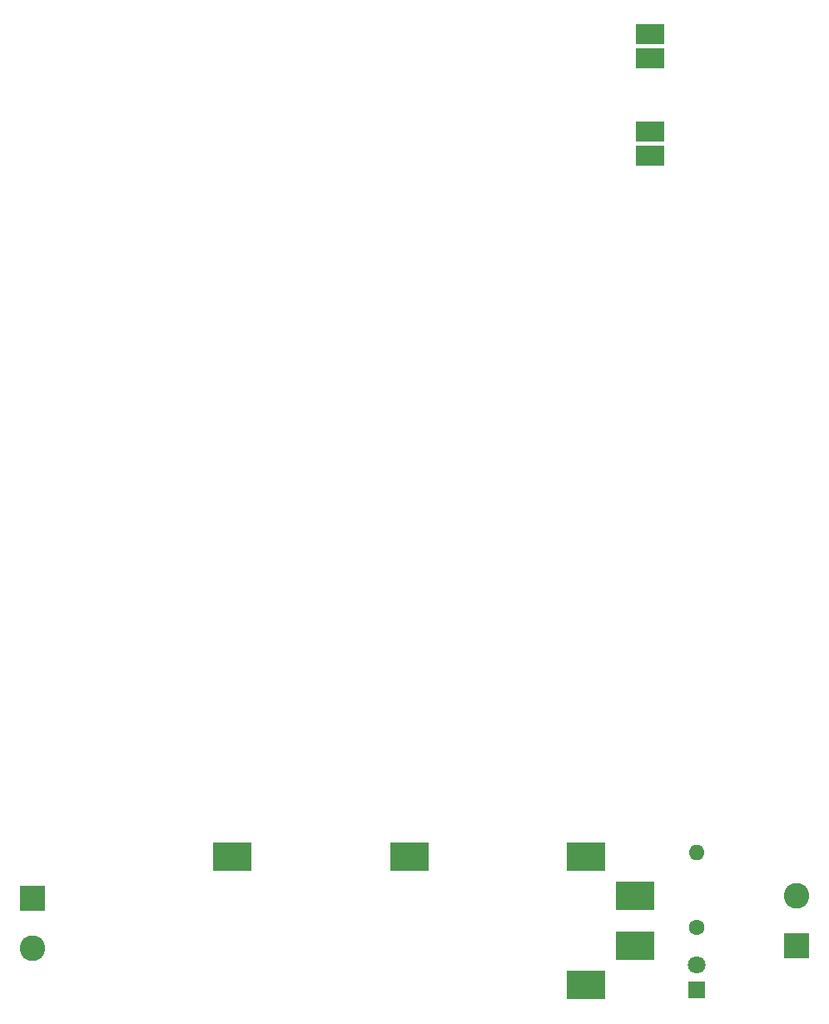
<source format=gbr>
%TF.GenerationSoftware,KiCad,Pcbnew,8.0.5*%
%TF.CreationDate,2024-11-10T22:21:36+02:00*%
%TF.ProjectId,PowerBoard,506f7765-7242-46f6-9172-642e6b696361,rev?*%
%TF.SameCoordinates,Original*%
%TF.FileFunction,Copper,L1,Top*%
%TF.FilePolarity,Positive*%
%FSLAX46Y46*%
G04 Gerber Fmt 4.6, Leading zero omitted, Abs format (unit mm)*
G04 Created by KiCad (PCBNEW 8.0.5) date 2024-11-10 22:21:36*
%MOMM*%
%LPD*%
G01*
G04 APERTURE LIST*
%TA.AperFunction,ComponentPad*%
%ADD10R,2.600000X2.600000*%
%TD*%
%TA.AperFunction,ComponentPad*%
%ADD11C,2.600000*%
%TD*%
%TA.AperFunction,ComponentPad*%
%ADD12R,4.000000X3.000000*%
%TD*%
%TA.AperFunction,ComponentPad*%
%ADD13R,1.800000X1.800000*%
%TD*%
%TA.AperFunction,ComponentPad*%
%ADD14C,1.800000*%
%TD*%
%TA.AperFunction,ComponentPad*%
%ADD15C,1.600000*%
%TD*%
%TA.AperFunction,ComponentPad*%
%ADD16O,1.600000X1.600000*%
%TD*%
%TA.AperFunction,ComponentPad*%
%ADD17R,3.000000X2.000000*%
%TD*%
G04 APERTURE END LIST*
D10*
%TO.P,OUUTPUT 12V,1,Pin_1*%
%TO.N,+12V*%
X88195000Y-131705000D03*
D11*
%TO.P,OUUTPUT 12V,2,Pin_2*%
%TO.N,GND*%
X88195000Y-136785000D03*
%TD*%
D10*
%TO.P,INPUT 12V,1,Pin_1*%
%TO.N,+12V*%
X165935000Y-136545000D03*
D11*
%TO.P,INPUT 12V,2,Pin_2*%
%TO.N,GND*%
X165935000Y-131465000D03*
%TD*%
D12*
%TO.P,BMS_3S1,1,B-*%
%TO.N,Net-(BMS_3S1-B-)*%
X144500000Y-140500000D03*
%TO.P,BMS_3S1,2,B1*%
%TO.N,Net-(BMS_3S1-B1)*%
X144500000Y-127500000D03*
%TO.P,BMS_3S1,3,B2*%
%TO.N,Net-(BMS_3S1-B2)*%
X126500000Y-127500000D03*
%TO.P,BMS_3S1,4,B+*%
%TO.N,Net-(BMS_3S1-B+)*%
X108500000Y-127500000D03*
%TO.P,BMS_3S1,5,P-*%
%TO.N,GND*%
X149500000Y-131460000D03*
%TO.P,BMS_3S1,6,P+*%
%TO.N,+12V*%
X149500000Y-136540000D03*
%TD*%
D13*
%TO.P,D1,1,A*%
%TO.N,+12V*%
X155750000Y-141000000D03*
D14*
%TO.P,D1,2,K*%
%TO.N,Net-(D1-K)*%
X155750000Y-138460000D03*
%TD*%
D15*
%TO.P,R1,1*%
%TO.N,Net-(D1-K)*%
X155750000Y-134645000D03*
D16*
%TO.P,R1,2*%
%TO.N,GND*%
X155750000Y-127025000D03*
%TD*%
D17*
%TO.P,DC_DC_STEP_DWON_12V-5V1,1,in+*%
%TO.N,+12V*%
X151000000Y-43800000D03*
X151000000Y-46300000D03*
%TO.P,DC_DC_STEP_DWON_12V-5V1,2,in-*%
%TO.N,GND*%
X151000000Y-53700000D03*
X151000000Y-56200000D03*
%TD*%
M02*

</source>
